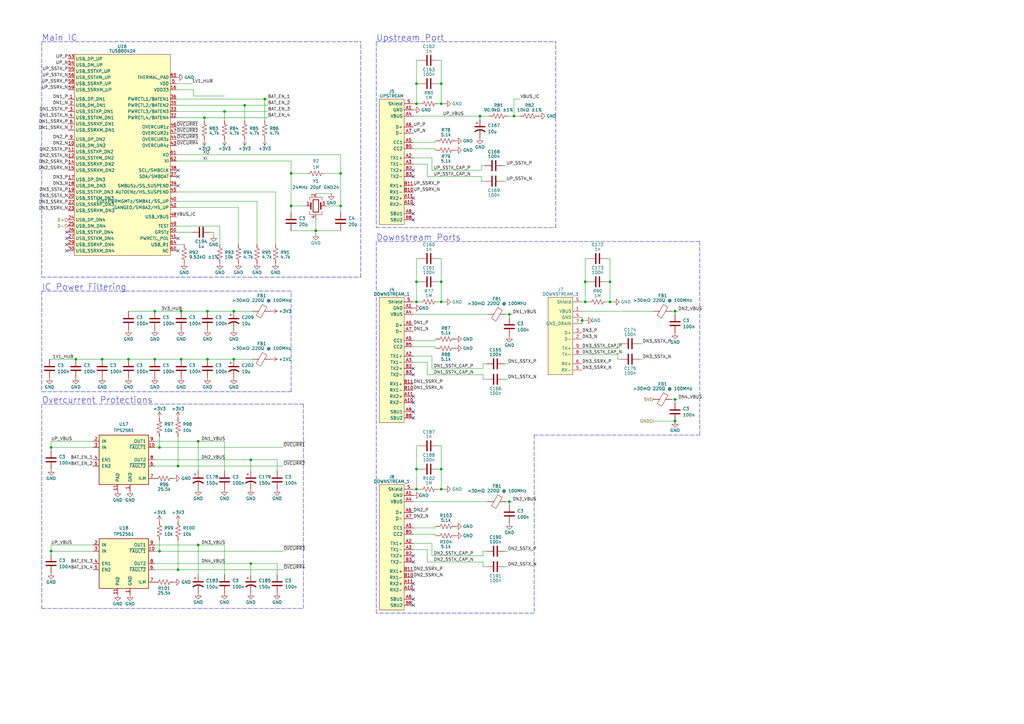
<source format=kicad_sch>
(kicad_sch (version 20230121) (generator eeschema)
  (paper "A3")
  (junction (at 250.19 123.825))
  (junction (at 41.91 147.32))
  (junction (at 119.38 84.455))
  (junction (at 73.025 191.135))
  (junction (at 139.7 71.12))
  (junction (at 170.815 42.545))
  (junction (at 95.885 127.635))
  (junction (at 180.975 42.545))
  (junction (at 100.33 43.18))
  (junction (at 119.38 71.12))
  (junction (at 95.885 147.32))
  (junction (at 139.7 84.455))
  (junction (at 170.815 34.29))
  (junction (at 240.03 123.825))
  (junction (at 180.975 34.29))
  (junction (at 20.955 226.06))
  (junction (at 81.28 180.975))
  (junction (at 276.86 172.72))
  (junction (at 210.82 47.625))
  (junction (at 85.09 127.635))
  (junction (at 63.5 147.32))
  (junction (at 81.28 223.52))
  (junction (at 73.025 233.68))
  (junction (at 180.975 192.405))
  (junction (at 102.87 188.595))
  (junction (at 250.19 115.57))
  (junction (at 65.405 183.515))
  (junction (at 52.705 147.32))
  (junction (at 74.295 147.32))
  (junction (at 20.955 183.515))
  (junction (at 276.86 127.635))
  (junction (at 108.585 40.64))
  (junction (at 92.075 45.72))
  (junction (at 63.5 127.635))
  (junction (at 180.975 200.66))
  (junction (at 85.09 147.32))
  (junction (at 170.815 115.57))
  (junction (at 83.82 48.26))
  (junction (at 74.295 127.635))
  (junction (at 180.975 115.57))
  (junction (at 180.975 123.825))
  (junction (at 240.03 115.57))
  (junction (at 170.815 123.825))
  (junction (at 196.85 47.625))
  (junction (at 238.76 131.445))
  (junction (at 170.815 200.66))
  (junction (at 208.915 128.905))
  (junction (at 208.915 205.74))
  (junction (at 102.87 231.14))
  (junction (at 170.815 192.405))
  (junction (at 129.54 94.615))
  (junction (at 65.405 226.06))
  (junction (at 31.115 147.32))
  (junction (at 276.86 163.83))
  (no_connect (at 169.545 69.85))
  (no_connect (at 169.545 90.17))
  (no_connect (at 169.545 151.13))
  (no_connect (at 169.545 239.395))
  (no_connect (at 169.545 227.965))
  (no_connect (at 27.305 100.33))
  (no_connect (at 169.545 153.67))
  (no_connect (at 169.545 171.45))
  (no_connect (at 27.305 95.25))
  (no_connect (at 73.025 97.79))
  (no_connect (at 169.545 168.91))
  (no_connect (at 169.545 245.745))
  (no_connect (at 73.025 69.85))
  (no_connect (at 169.545 87.63))
  (no_connect (at 73.025 72.39))
  (no_connect (at 73.025 76.2))
  (no_connect (at 169.545 241.935))
  (no_connect (at 169.545 83.82))
  (no_connect (at 169.545 162.56))
  (no_connect (at 27.305 102.87))
  (no_connect (at 169.545 230.505))
  (no_connect (at 73.025 102.87))
  (no_connect (at 169.545 72.39))
  (no_connect (at 169.545 165.1))
  (no_connect (at 27.305 97.79))
  (no_connect (at 169.545 248.285))
  (no_connect (at 169.545 81.28))
  (wire (pts (xy 170.815 192.405) (xy 172.085 192.405)))
  (wire (pts (xy 175.26 148.59) (xy 175.26 153.67)))
  (wire (pts (xy 208.915 130.175) (xy 208.915 128.905)))
  (wire (pts (xy 65.405 221.615) (xy 65.405 226.06)))
  (wire (pts (xy 65.405 179.07) (xy 65.405 183.515)))
  (wire (pts (xy 97.79 100.33) (xy 97.79 85.09)))
  (polyline (pts (xy 124.46 249.555) (xy 124.46 165.735)) (stroke (width 0) (type dash)))
  (wire (pts (xy 208.28 47.625) (xy 210.82 47.625)))
  (wire (pts (xy 180.975 182.88) (xy 180.975 192.405)))
  (wire (pts (xy 169.545 146.05) (xy 177.165 146.05)))
  (wire (pts (xy 276.86 165.1) (xy 276.86 163.83)))
  (wire (pts (xy 81.28 223.52) (xy 63.5 223.52)))
  (wire (pts (xy 87.63 95.25) (xy 87.63 96.52)))
  (wire (pts (xy 240.03 115.57) (xy 240.03 123.825)))
  (wire (pts (xy 170.815 106.045) (xy 172.085 106.045)))
  (wire (pts (xy 109.855 48.26) (xy 83.82 48.26)))
  (wire (pts (xy 52.705 127.635) (xy 63.5 127.635)))
  (wire (pts (xy 72.39 48.26) (xy 83.82 48.26)))
  (wire (pts (xy 72.39 43.18) (xy 100.33 43.18)))
  (wire (pts (xy 129.54 89.535) (xy 129.54 94.615)))
  (wire (pts (xy 90.17 100.33) (xy 90.17 92.71)))
  (wire (pts (xy 180.975 106.045) (xy 179.705 106.045)))
  (wire (pts (xy 197.485 69.85) (xy 197.485 67.945)))
  (wire (pts (xy 65.405 226.06) (xy 63.5 226.06)))
  (wire (pts (xy 72.39 63.5) (xy 139.7 63.5)))
  (polyline (pts (xy 154.305 93.345) (xy 227.965 93.345)) (stroke (width 0) (type dash)))
  (wire (pts (xy 180.975 192.405) (xy 180.975 200.66)))
  (wire (pts (xy 207.01 149.225) (xy 208.28 149.225)))
  (wire (pts (xy 52.705 147.32) (xy 63.5 147.32)))
  (wire (pts (xy 102.87 231.14) (xy 102.87 235.585)))
  (wire (pts (xy 180.975 106.045) (xy 180.975 115.57)))
  (polyline (pts (xy 219.075 251.46) (xy 154.305 251.46)) (stroke (width 0) (type dash)))
  (wire (pts (xy 240.03 115.57) (xy 241.3 115.57)))
  (wire (pts (xy 31.115 147.32) (xy 41.91 147.32)))
  (wire (pts (xy 210.82 47.625) (xy 213.36 47.625)))
  (wire (pts (xy 208.915 205.74) (xy 207.645 205.74)))
  (wire (pts (xy 169.545 216.535) (xy 178.435 216.535)))
  (wire (pts (xy 27.305 102.87) (xy 27.94 102.87)))
  (wire (pts (xy 20.955 180.975) (xy 38.1 180.975)))
  (polyline (pts (xy 17.145 17.145) (xy 147.955 17.145)) (stroke (width 0) (type dash)))
  (wire (pts (xy 238.76 131.445) (xy 238.76 132.715)))
  (wire (pts (xy 139.7 84.455) (xy 139.7 86.995)))
  (wire (pts (xy 169.545 42.545) (xy 170.815 42.545)))
  (wire (pts (xy 179.705 115.57) (xy 180.975 115.57)))
  (wire (pts (xy 170.815 42.545) (xy 172.085 42.545)))
  (wire (pts (xy 169.545 128.905) (xy 200.025 128.905)))
  (wire (pts (xy 178.435 215.9) (xy 178.435 216.535)))
  (wire (pts (xy 20.955 183.515) (xy 38.1 183.515)))
  (wire (pts (xy 72.39 36.83) (xy 79.375 36.83)))
  (wire (pts (xy 72.39 45.72) (xy 92.075 45.72)))
  (wire (pts (xy 20.955 183.515) (xy 20.955 184.785)))
  (wire (pts (xy 178.435 58.42) (xy 169.545 58.42)))
  (wire (pts (xy 180.975 42.545) (xy 182.245 42.545)))
  (wire (pts (xy 210.82 40.64) (xy 213.36 40.64)))
  (wire (pts (xy 169.545 123.825) (xy 170.815 123.825)))
  (wire (pts (xy 177.165 151.13) (xy 198.12 151.13)))
  (wire (pts (xy 73.025 233.68) (xy 116.205 233.68)))
  (wire (pts (xy 175.26 72.39) (xy 197.485 72.39)))
  (wire (pts (xy 179.705 200.66) (xy 180.975 200.66)))
  (wire (pts (xy 169.545 205.74) (xy 200.025 205.74)))
  (wire (pts (xy 170.815 24.765) (xy 170.815 34.29)))
  (wire (pts (xy 20.955 226.06) (xy 20.955 227.33)))
  (wire (pts (xy 73.025 72.39) (xy 72.39 72.39)))
  (wire (pts (xy 108.585 40.64) (xy 109.855 40.64)))
  (wire (pts (xy 170.815 182.88) (xy 170.815 192.405)))
  (wire (pts (xy 178.435 219.71) (xy 178.435 219.075)))
  (wire (pts (xy 170.815 106.045) (xy 170.815 115.57)))
  (wire (pts (xy 276.86 163.83) (xy 278.13 163.83)))
  (wire (pts (xy 169.545 47.625) (xy 196.85 47.625)))
  (wire (pts (xy 177.165 64.77) (xy 177.165 69.85)))
  (polyline (pts (xy 17.145 119.38) (xy 17.145 160.655)) (stroke (width 0) (type dash)))
  (wire (pts (xy 73.025 69.85) (xy 72.39 69.85)))
  (polyline (pts (xy 227.965 93.345) (xy 227.965 17.145)) (stroke (width 0) (type dash)))
  (wire (pts (xy 177.165 69.85) (xy 197.485 69.85)))
  (wire (pts (xy 81.28 180.975) (xy 81.28 193.04)))
  (polyline (pts (xy 17.145 160.655) (xy 119.38 160.655)) (stroke (width 0) (type dash)))
  (wire (pts (xy 27.305 100.33) (xy 27.94 100.33)))
  (wire (pts (xy 129.54 94.615) (xy 129.54 95.885)))
  (wire (pts (xy 97.79 85.09) (xy 72.39 85.09)))
  (wire (pts (xy 105.41 100.33) (xy 105.41 82.55)))
  (wire (pts (xy 81.28 180.975) (xy 63.5 180.975)))
  (wire (pts (xy 178.435 57.785) (xy 179.07 57.785)))
  (wire (pts (xy 253.365 145.415) (xy 253.365 147.32)))
  (wire (pts (xy 175.26 153.67) (xy 198.12 153.67)))
  (wire (pts (xy 179.705 42.545) (xy 180.975 42.545)))
  (polyline (pts (xy 154.305 17.145) (xy 154.305 93.345)) (stroke (width 0) (type dash)))
  (wire (pts (xy 133.35 71.12) (xy 139.7 71.12)))
  (wire (pts (xy 133.35 84.455) (xy 139.7 84.455)))
  (wire (pts (xy 177.165 222.885) (xy 177.165 227.965)))
  (wire (pts (xy 207.01 155.575) (xy 208.28 155.575)))
  (wire (pts (xy 79.375 36.83) (xy 79.375 39.37)))
  (wire (pts (xy 119.38 94.615) (xy 129.54 94.615)))
  (wire (pts (xy 169.545 139.7) (xy 178.435 139.7)))
  (wire (pts (xy 74.295 127.635) (xy 85.09 127.635)))
  (wire (pts (xy 207.01 232.41) (xy 208.28 232.41)))
  (wire (pts (xy 267.97 172.72) (xy 276.86 172.72)))
  (polyline (pts (xy 154.305 99.06) (xy 154.305 251.46)) (stroke (width 0) (type dash)))
  (polyline (pts (xy 17.145 249.555) (xy 124.46 249.555)) (stroke (width 0) (type dash)))
  (wire (pts (xy 208.915 128.905) (xy 207.645 128.905)))
  (wire (pts (xy 41.91 147.32) (xy 52.705 147.32)))
  (wire (pts (xy 180.975 115.57) (xy 180.975 123.825)))
  (wire (pts (xy 125.73 71.12) (xy 119.38 71.12)))
  (wire (pts (xy 276.86 128.905) (xy 276.86 127.635)))
  (wire (pts (xy 169.545 148.59) (xy 175.26 148.59)))
  (wire (pts (xy 178.435 215.9) (xy 179.07 215.9)))
  (wire (pts (xy 179.705 34.29) (xy 180.975 34.29)))
  (wire (pts (xy 198.12 230.505) (xy 198.12 232.41)))
  (wire (pts (xy 178.435 142.875) (xy 179.07 142.875)))
  (wire (pts (xy 250.19 115.57) (xy 250.19 123.825)))
  (wire (pts (xy 170.815 115.57) (xy 170.815 123.825)))
  (wire (pts (xy 113.665 188.595) (xy 113.665 193.04)))
  (wire (pts (xy 180.975 123.825) (xy 182.245 123.825)))
  (wire (pts (xy 20.32 147.32) (xy 31.115 147.32)))
  (wire (pts (xy 178.435 219.71) (xy 179.07 219.71)))
  (wire (pts (xy 210.82 40.64) (xy 210.82 47.625)))
  (wire (pts (xy 20.955 183.515) (xy 20.955 180.975)))
  (wire (pts (xy 178.435 139.065) (xy 178.435 139.7)))
  (wire (pts (xy 27.305 97.79) (xy 27.94 97.79)))
  (wire (pts (xy 113.665 231.14) (xy 113.665 235.585)))
  (polyline (pts (xy 147.955 113.665) (xy 147.955 17.145)) (stroke (width 0) (type dash)))
  (wire (pts (xy 72.39 40.64) (xy 108.585 40.64)))
  (wire (pts (xy 169.545 200.66) (xy 170.815 200.66)))
  (wire (pts (xy 139.7 63.5) (xy 139.7 71.12)))
  (wire (pts (xy 262.255 147.32) (xy 263.525 147.32)))
  (wire (pts (xy 170.815 182.88) (xy 172.085 182.88)))
  (wire (pts (xy 74.295 147.32) (xy 85.09 147.32)))
  (wire (pts (xy 119.38 71.12) (xy 119.38 84.455)))
  (polyline (pts (xy 287.02 178.435) (xy 287.02 99.06)) (stroke (width 0) (type dash)))
  (wire (pts (xy 179.705 123.825) (xy 180.975 123.825)))
  (wire (pts (xy 129.54 94.615) (xy 139.7 94.615)))
  (wire (pts (xy 100.33 43.18) (xy 109.855 43.18)))
  (wire (pts (xy 240.03 106.045) (xy 241.3 106.045)))
  (wire (pts (xy 81.28 223.52) (xy 81.28 235.585)))
  (wire (pts (xy 170.815 115.57) (xy 172.085 115.57)))
  (wire (pts (xy 65.405 183.515) (xy 116.205 183.515)))
  (wire (pts (xy 72.39 78.74) (xy 113.03 78.74)))
  (wire (pts (xy 92.075 49.53) (xy 92.075 45.72)))
  (wire (pts (xy 169.545 142.24) (xy 178.435 142.24)))
  (wire (pts (xy 240.03 106.045) (xy 240.03 115.57)))
  (wire (pts (xy 250.19 106.045) (xy 248.92 106.045)))
  (polyline (pts (xy 154.305 17.145) (xy 227.965 17.145)) (stroke (width 0) (type dash)))
  (wire (pts (xy 238.76 123.825) (xy 240.03 123.825)))
  (wire (pts (xy 198.12 151.13) (xy 198.12 149.225)))
  (wire (pts (xy 198.12 155.575) (xy 199.39 155.575)))
  (wire (pts (xy 248.92 115.57) (xy 250.19 115.57)))
  (wire (pts (xy 198.12 153.67) (xy 198.12 155.575)))
  (wire (pts (xy 81.28 223.52) (xy 92.075 223.52)))
  (wire (pts (xy 85.09 147.32) (xy 95.885 147.32)))
  (wire (pts (xy 65.405 183.515) (xy 63.5 183.515)))
  (wire (pts (xy 177.165 227.965) (xy 198.12 227.965)))
  (wire (pts (xy 27.305 95.25) (xy 27.94 95.25)))
  (wire (pts (xy 180.975 24.765) (xy 179.705 24.765)))
  (wire (pts (xy 253.365 140.97) (xy 254.635 140.97)))
  (wire (pts (xy 262.255 140.97) (xy 263.525 140.97)))
  (wire (pts (xy 178.435 61.595) (xy 178.435 60.96)))
  (wire (pts (xy 81.28 180.975) (xy 92.075 180.975)))
  (wire (pts (xy 75.565 100.33) (xy 72.39 100.33)))
  (wire (pts (xy 276.86 127.635) (xy 278.13 127.635)))
  (wire (pts (xy 169.545 64.77) (xy 177.165 64.77)))
  (wire (pts (xy 73.025 179.07) (xy 73.025 191.135)))
  (wire (pts (xy 206.375 67.945) (xy 207.645 67.945)))
  (wire (pts (xy 198.12 226.06) (xy 199.39 226.06)))
  (wire (pts (xy 86.36 95.25) (xy 87.63 95.25)))
  (wire (pts (xy 250.19 123.825) (xy 251.46 123.825)))
  (polyline (pts (xy 124.46 165.735) (xy 17.145 165.735)) (stroke (width 0) (type dash)))
  (wire (pts (xy 169.545 225.425) (xy 175.26 225.425)))
  (wire (pts (xy 73.025 191.135) (xy 63.5 191.135)))
  (wire (pts (xy 179.705 192.405) (xy 180.975 192.405)))
  (wire (pts (xy 73.025 233.68) (xy 63.5 233.68)))
  (wire (pts (xy 175.26 67.31) (xy 175.26 72.39)))
  (wire (pts (xy 125.73 84.455) (xy 119.38 84.455)))
  (wire (pts (xy 206.375 74.295) (xy 207.645 74.295)))
  (wire (pts (xy 85.09 127.635) (xy 95.885 127.635)))
  (wire (pts (xy 240.03 131.445) (xy 238.76 131.445)))
  (polyline (pts (xy 287.02 178.435) (xy 219.075 178.435)) (stroke (width 0) (type dash)))
  (wire (pts (xy 72.39 66.04) (xy 119.38 66.04)))
  (wire (pts (xy 180.975 200.66) (xy 182.245 200.66)))
  (wire (pts (xy 177.165 146.05) (xy 177.165 151.13)))
  (wire (pts (xy 180.975 24.765) (xy 180.975 34.29)))
  (wire (pts (xy 180.975 34.29) (xy 180.975 42.545)))
  (wire (pts (xy 63.5 147.32) (xy 74.295 147.32)))
  (wire (pts (xy 253.365 147.32) (xy 254.635 147.32)))
  (wire (pts (xy 250.19 106.045) (xy 250.19 115.57)))
  (wire (pts (xy 135.89 79.375) (xy 129.54 79.375)))
  (polyline (pts (xy 119.38 119.38) (xy 17.145 119.38)) (stroke (width 0) (type dash)))
  (wire (pts (xy 95.885 147.32) (xy 103.505 147.32)))
  (wire (pts (xy 175.26 230.505) (xy 198.12 230.505)))
  (wire (pts (xy 169.545 219.075) (xy 178.435 219.075)))
  (wire (pts (xy 207.01 226.06) (xy 208.28 226.06)))
  (wire (pts (xy 198.12 149.225) (xy 199.39 149.225)))
  (wire (pts (xy 119.38 66.04) (xy 119.38 71.12)))
  (wire (pts (xy 73.025 191.135) (xy 116.205 191.135)))
  (wire (pts (xy 100.33 43.18) (xy 100.33 49.53)))
  (wire (pts (xy 73.025 102.87) (xy 72.39 102.87)))
  (wire (pts (xy 113.665 231.14) (xy 102.87 231.14)))
  (wire (pts (xy 63.5 127.635) (xy 74.295 127.635)))
  (wire (pts (xy 139.7 71.12) (xy 139.7 84.455)))
  (wire (pts (xy 92.075 45.72) (xy 109.855 45.72)))
  (wire (pts (xy 105.41 82.55) (xy 72.39 82.55)))
  (wire (pts (xy 276.86 127.635) (xy 275.59 127.635)))
  (wire (pts (xy 92.075 223.52) (xy 92.075 235.585)))
  (wire (pts (xy 65.405 226.06) (xy 116.205 226.06)))
  (wire (pts (xy 113.03 100.33) (xy 113.03 78.74)))
  (wire (pts (xy 170.815 34.29) (xy 172.085 34.29)))
  (wire (pts (xy 72.39 95.25) (xy 78.74 95.25)))
  (wire (pts (xy 170.815 192.405) (xy 170.815 200.66)))
  (wire (pts (xy 63.5 188.595) (xy 102.87 188.595)))
  (wire (pts (xy 108.585 49.53) (xy 108.585 40.64)))
  (wire (pts (xy 102.87 188.595) (xy 102.87 193.04)))
  (wire (pts (xy 73.025 221.615) (xy 73.025 233.68)))
  (wire (pts (xy 90.17 92.71) (xy 72.39 92.71)))
  (polyline (pts (xy 219.075 178.435) (xy 219.075 251.46)) (stroke (width 0) (type dash)))
  (polyline (pts (xy 17.145 17.145) (xy 17.145 113.665)) (stroke (width 0) (type dash)))
  (wire (pts (xy 170.815 123.825) (xy 172.085 123.825)))
  (wire (pts (xy 208.915 205.74) (xy 210.185 205.74)))
  (wire (pts (xy 170.815 34.29) (xy 170.815 42.545)))
  (wire (pts (xy 198.12 232.41) (xy 199.39 232.41)))
  (wire (pts (xy 63.5 231.14) (xy 102.87 231.14)))
  (polyline (pts (xy 17.145 165.735) (xy 17.145 249.555)) (stroke (width 0) (type dash)))
  (wire (pts (xy 238.76 131.445) (xy 238.76 130.175)))
  (wire (pts (xy 169.545 67.31) (xy 175.26 67.31)))
  (wire (pts (xy 113.665 188.595) (xy 102.87 188.595)))
  (polyline (pts (xy 17.145 113.665) (xy 147.955 113.665)) (stroke (width 0) (type dash)))
  (wire (pts (xy 20.955 226.06) (xy 20.955 223.52)))
  (wire (pts (xy 73.025 76.2) (xy 72.39 76.2)))
  (wire (pts (xy 170.815 200.66) (xy 172.085 200.66)))
  (wire (pts (xy 92.075 180.975) (xy 92.075 193.04)))
  (wire (pts (xy 238.76 145.415) (xy 253.365 145.415)))
  (wire (pts (xy 238.76 142.875) (xy 253.365 142.875)))
  (wire (pts (xy 196.85 47.625) (xy 200.66 47.625)))
  (wire (pts (xy 197.485 67.945) (xy 198.755 67.945)))
  (wire (pts (xy 178.435 142.875) (xy 178.435 142.24)))
  (wire (pts (xy 72.39 97.79) (xy 73.025 97.79)))
  (wire (pts (xy 169.545 222.885) (xy 177.165 222.885)))
  (wire (pts (xy 197.485 74.295) (xy 198.755 74.295)))
  (wire (pts (xy 248.92 123.825) (xy 250.19 123.825)))
  (wire (pts (xy 208.915 207.01) (xy 208.915 205.74)))
  (wire (pts (xy 240.03 123.825) (xy 241.3 123.825)))
  (wire (pts (xy 72.39 34.29) (xy 78.74 34.29)))
  (wire (pts (xy 196.85 48.895) (xy 196.85 47.625)))
  (wire (pts (xy 253.365 140.97) (xy 253.365 142.875)))
  (wire (pts (xy 178.435 60.96) (xy 169.545 60.96)))
  (wire (pts (xy 20.955 226.06) (xy 38.1 226.06)))
  (wire (pts (xy 180.975 182.88) (xy 179.705 182.88)))
  (wire (pts (xy 178.435 61.595) (xy 179.07 61.595)))
  (wire (pts (xy 197.485 72.39) (xy 197.485 74.295)))
  (wire (pts (xy 198.12 227.965) (xy 198.12 226.06)))
  (wire (pts (xy 178.435 57.785) (xy 178.435 58.42)))
  (polyline (pts (xy 119.38 160.655) (xy 119.38 119.38)) (stroke (width 0) (type dash)))
  (wire (pts (xy 79.375 39.37) (xy 92.075 39.37)))
  (wire (pts (xy 178.435 139.065) (xy 179.07 139.065)))
  (wire (pts (xy 83.82 48.26) (xy 83.82 49.53)))
  (wire (pts (xy 208.915 128.905) (xy 210.185 128.905)))
  (wire (pts (xy 170.815 24.765) (xy 172.085 24.765)))
  (wire (pts (xy 276.86 163.83) (xy 275.59 163.83)))
  (polyline (pts (xy 287.02 99.06) (xy 154.305 99.06)) (stroke (width 0) (type dash)))
  (wire (pts (xy 20.955 223.52) (xy 38.1 223.52)))
  (wire (pts (xy 175.26 225.425) (xy 175.26 230.505)))
  (wire (pts (xy 95.885 127.635) (xy 103.505 127.635)))
  (wire (pts (xy 238.76 127.635) (xy 267.97 127.635)))
  (wire (pts (xy 119.38 84.455) (xy 119.38 86.995)))
  (text "IC Power Filtering" (at 17.145 119.38 0) (effects (font (size 2.54 2.54)) (justify left bottom)))
  (text "Upstream Port" (at 154.305 17.145 0) (effects (font (size 2.54 2.54)) (justify left bottom)))
  (text "Overcurrent Protections" (at 17.145 165.735 0) (effects (font (size 2.54 2.54)) (justify left bottom)))
  (text "Main IC" (at 17.145 17.145 0) (effects (font (size 2.54 2.54)) (justify left bottom)))
  (text "Downstream Ports" (at 154.305 99.06 0) (effects (font (size 2.54 2.54)) (justify left bottom)))
  (label "DN1_SSRX_P" (at 27.94 50.8 180))
  (label "DN1_SSTX_N" (at 27.94 48.26 180))
  (label "1V1_HUB" (at 78.74 34.29 0))
  (label "DN2_P" (at 169.545 210.185 0))
  (label "UP_N" (at 169.545 54.61 0))
  (label "BAT_EN_2" (at 109.855 43.18 0))
  (label "DN1_P" (at 169.545 133.35 0))
  (label "DN1_P" (at 27.94 40.64 180))
  (label "DN3_SSTX_CAP_P" (at 238.76 142.875 0))
  (label "UP_SSTX_CAP_N" (at 177.8 72.39 0))
  (label "DN1_SSRX_N" (at 27.94 53.34 180))
  (label "BAT_EN_4" (at 109.855 48.26 0))
  (label "DN3_N" (at 27.94 76.2 180))
  (label "UP_SSTX_CAP_P" (at 177.8 69.85 0))
  (label "DN2_N" (at 169.545 212.725 0))
  (label "DN1_N" (at 27.94 43.18 180))
  (label "DN2_SSTX_N" (at 27.94 64.77 180))
  (label "UP_P" (at 169.545 52.07 0))
  (label "DN4_VBUS" (at 82.55 231.14 0))
  (label "BAT_EN_3" (at 109.855 45.72 0))
  (label "DN1_VBUS" (at 210.185 128.905 0))
  (label "~{OVCURR2}" (at 72.39 54.61 0))
  (label "DN2_N" (at 27.94 59.69 180))
  (label "DN3_SSRX_P" (at 27.94 83.82 180))
  (label "UP_SSRX_P" (at 169.545 76.2 0))
  (label "UP_SSTX_P" (at 207.645 67.945 0))
  (label "DN3_SSTX_P" (at 263.525 140.97 0))
  (label "DN1_SSTX_CAP_P" (at 177.8 151.13 0))
  (label "VBUS_IC" (at 72.39 88.9 0))
  (label "DN1_SSRX_N" (at 169.545 160.02 0))
  (label "UP_SSTX_N" (at 27.94 31.75 180))
  (label "UP_VBUS" (at 20.955 223.52 0))
  (label "DN2_VBUS" (at 278.13 127.635 0))
  (label "BAT_EN_4" (at 38.1 233.68 180))
  (label "UP_P" (at 27.94 24.13 180))
  (label "DN2_SSTX_P" (at 27.94 62.23 180))
  (label "DN2_SSRX_P" (at 169.545 234.315 0))
  (label "DN1_N" (at 169.545 135.89 0))
  (label "DN2_VBUS" (at 82.55 188.595 0))
  (label "DN3_SSRX_N" (at 238.76 151.765 0))
  (label "BAT_EN_2" (at 38.1 191.135 180))
  (label "UP_VBUS" (at 181.61 47.625 0))
  (label "UP_SSRX_N" (at 169.545 78.74 0))
  (label "DN2_SSRX_N" (at 27.94 69.85 180))
  (label "DN3_SSTX_N" (at 263.525 147.32 0))
  (label "UP_N" (at 27.94 26.67 180))
  (label "XO" (at 83.185 63.5 0))
  (label "DN1_SSTX_P" (at 27.94 45.72 180))
  (label "DN2_SSRX_N" (at 169.545 236.855 0))
  (label "DN3_SSRX_N" (at 27.94 86.36 180))
  (label "DN2_VBUS" (at 210.185 205.74 0))
  (label "UP_SSTX_P" (at 27.94 29.21 180))
  (label "DN2_SSTX_P" (at 208.28 226.06 0))
  (label "XI" (at 83.185 66.04 0))
  (label "DN2_P" (at 27.94 57.15 180))
  (label "DN1_SSTX_P" (at 208.28 149.225 0))
  (label "DN3_SSTX_P" (at 27.94 78.74 180))
  (label "DN3_VBUS" (at 82.55 223.52 0))
  (label "1V1_HUB" (at 21.59 147.32 0))
  (label "~{OVCURR2}" (at 116.205 191.135 0))
  (label "~{OVCURR1}" (at 72.39 52.07 0))
  (label "DN1_SSTX_N" (at 208.28 155.575 0))
  (label "BAT_EN_1" (at 109.855 40.64 0))
  (label "UP_SSTX_N" (at 207.645 74.295 0))
  (label "DN1_SSRX_P" (at 169.545 157.48 0))
  (label "UP_SSRX_N" (at 27.94 36.83 180))
  (label "3V3_HUB" (at 66.04 127.635 0))
  (label "~{OVCURR4}" (at 72.39 59.69 0))
  (label "BAT_EN_1" (at 38.1 188.595 180))
  (label "DN3_SSTX_CAP_N" (at 238.76 145.415 0))
  (label "~{OVCURR3}" (at 116.205 226.06 0))
  (label "DN2_SSTX_N" (at 208.28 232.41 0))
  (label "DN1_SSTX_CAP_N" (at 177.8 153.67 0))
  (label "DN2_SSRX_P" (at 27.94 67.31 180))
  (label "DN3_P" (at 238.76 136.525 0))
  (label "DN2_SSTX_CAP_N" (at 177.8 230.505 0))
  (label "DN4_VBUS" (at 278.13 163.83 0))
  (label "DN1_VBUS" (at 82.55 180.975 0))
  (label "DN3_N" (at 238.76 139.065 0))
  (label "~{OVCURR1}" (at 116.205 183.515 0))
  (label "~{OVCURR3}" (at 72.39 57.15 0))
  (label "BAT_EN_3" (at 38.1 231.14 180))
  (label "UP_VBUS" (at 20.955 180.975 0))
  (label "DN3_SSRX_P" (at 238.76 149.225 0))
  (label "DN2_SSTX_CAP_P" (at 177.8 227.965 0))
  (label "DN3_SSTX_N" (at 27.94 81.28 180))
  (label "VBUS_IC" (at 213.36 40.64 0))
  (label "~{OVCURR4}" (at 116.205 233.68 0))
  (label "UP_SSRX_P" (at 27.94 34.29 180))
  (label "DN3_P" (at 27.94 73.66 180))
  (hierarchical_label "D+" (shape input) (at 27.94 90.17 180))
  (hierarchical_label "GND" (shape input) (at 267.97 172.72 180))
  (hierarchical_label "D-" (shape input) (at 27.94 92.71 180))
  (hierarchical_label "5V" (shape input) (at 267.97 163.83 180))
  (symbol (lib_id "Device:R_US") (at 75.565 104.14 0) (unit 1)
    (property "Reference" "R92" (at 77.47 103.505 0) (effects (justify left)))
    (property "Value" "9.53kΩ ±1%" (at 77.47 105.41 0) (effects (justify left)))
  )
  (symbol (lib_id "Device:FerriteBead") (at 107.315 127.635 90) (unit 1)
    (property "Reference" "FB1" (at 107.315 121.285 90))
    (property "Value" ">30mΩ 220Ω @ 100MHz" (at 107.315 123.19 90))
    (instances (project "Schematics and PCB" (path "" (reference "FB1") (unit 1)) (path "" (reference "FB2") (unit 1)) (path "" (reference "FB4") (unit 1)) (path "" (reference "FB6") (unit 1)) (path "" (reference "FB12") (unit 1))))
  )
  (symbol (lib_id "power:GND") (at 63.5 154.94 0) (unit 1)
    (property "Reference" "#PWR07" (effects hide))
    (property "Value" "GND" (at 63.5 158.75 0))
    (instances (project "Schematics and PCB" (path "" (reference "#PWR07") (unit 1)) (path "" (reference "#PWR07") (unit 1)) (path "" (reference "#PWR0281") (unit 1)) (path "" (reference "#PWR0316") (unit 1)) (path "" (reference "#PWR0417") (unit 1))))
  )
  (symbol (lib_id "power:GND") (at 182.245 42.545 90) (unit 1)
    (property "Reference" "#PWR0362" (effects hide))
    (property "Value" "GND" (at 185.42 42.545 90) (effects (justify right)))
  )
  (symbol (lib_id "power:GND") (at 63.5 135.255 0) (unit 1)
    (property "Reference" "#PWR07" (effects hide))
    (property "Value" "GND" (at 63.5 139.065 0))
    (instances (project "Schematics and PCB" (path "" (reference "#PWR07") (unit 1)) (path "" (reference "#PWR07") (unit 1)) (path "" (reference "#PWR0281") (unit 1)) (path "" (reference "#PWR0316") (unit 1)) (path "" (reference "#PWR0426") (unit 1))))
  )
  (symbol (lib_id "Device:C") (at 276.86 168.91 0) (unit 1)
    (property "Reference" "C3" (at 280.035 167.64 0) (effects (justify left)))
    (property "Value" "100n" (at 280.035 170.18 0) (effects (justify left)))
    (instances (project "Schematics and PCB" (path "" (reference "C3") (unit 1)) (path "" (reference "C3") (unit 1)) (path "" (reference "C126") (unit 1)) (path "" (reference "C141") (unit 1)) (path "" (reference "C193") (unit 1))))
  )
  (symbol (lib_id "Device:C") (at 203.2 155.575 90) (mirror x) (unit 1)
    (property "Reference" "C166" (at 203.2 159.385 90))
    (property "Value" "100n" (at 203.2 161.29 90))
  )
  (symbol (lib_id "power:GND") (at 169.545 45.085 90) (unit 1)
    (property "Reference" "#PWR0364" (effects hide))
    (property "Value" "GND" (at 172.72 45.085 90) (effects (justify right)))
  )
  (symbol (lib_id "Device:R_US") (at 182.88 142.875 270) (unit 1)
    (property "Reference" "R88" (at 182.88 145.415 90))
    (property "Value" "5.1k" (at 182.88 147.32 90))
  )
  (symbol (lib_id "power:GND") (at 105.41 107.95 0) (unit 1)
    (property "Reference" "#PWR0381" (effects hide))
    (property "Value" "GND" (at 105.41 111.76 0))
  )
  (symbol (lib_id "power:+3V3") (at 111.125 127.635 270) (unit 1)
    (property "Reference" "#PWR0360" (effects hide))
    (property "Value" "+3V3" (at 114.3 127.6349 90) (effects (justify left)))
  )
  (symbol (lib_id "power:+3V3") (at 108.585 57.15 180) (unit 1)
    (property "Reference" "#PWR0371" (effects hide))
    (property "Value" "+3V3" (at 108.585 60.96 0))
  )
  (symbol (lib_id "Device:R_US") (at 105.41 104.14 0) (unit 1)
    (property "Reference" "R95" (at 107.315 103.505 0) (effects (justify left)))
    (property "Value" "4.7k" (at 107.315 105.41 0) (effects (justify left)))
  )
  (symbol (lib_id "power:GND") (at 74.295 154.94 0) (unit 1)
    (property "Reference" "#PWR07" (effects hide))
    (property "Value" "GND" (at 74.295 158.75 0))
    (instances (project "Schematics and PCB" (path "" (reference "#PWR07") (unit 1)) (path "" (reference "#PWR07") (unit 1)) (path "" (reference "#PWR0281") (unit 1)) (path "" (reference "#PWR0316") (unit 1)) (path "" (reference "#PWR0418") (unit 1))))
  )
  (symbol (lib_id "power:GND") (at 186.69 139.065 90) (unit 1)
    (property "Reference" "#PWR0367" (effects hide))
    (property "Value" "GND" (at 189.865 139.065 90) (effects (justify right)))
  )
  (symbol (lib_id "Device:C") (at 20.955 231.14 0) (unit 1)
    (property "Reference" "C3" (at 24.13 229.87 0) (effects (justify left)))
    (property "Value" "100n" (at 24.13 232.41 0) (effects (justify left)))
    (instances (project "Schematics and PCB" (path "" (reference "C3") (unit 1)) (path "" (reference "C3") (unit 1)) (path "" (reference "C126") (unit 1)) (path "" (reference "C141") (unit 1)) (path "" (reference "C182") (unit 1))))
  )
  (symbol (lib_id "power:GND") (at 169.545 126.365 90) (unit 1)
    (property "Reference" "#PWR0356" (effects hide))
    (property "Value" "GND" (at 175.895 126.365 90) (effects (justify left)))
  )
  (symbol (lib_id "power:+1V1") (at 111.125 147.32 270) (unit 1)
    (property "Reference" "#PWR0358" (effects hide))
    (property "Value" "+1V1" (at 114.3 147.3199 90) (effects (justify left)))
  )
  (symbol (lib_id "Device:C") (at 20.32 151.13 0) (unit 1)
    (property "Reference" "C3" (at 23.495 149.86 0) (effects (justify left)))
    (property "Value" "100n" (at 23.495 152.4 0) (effects (justify left)))
    (instances (project "Schematics and PCB" (path "" (reference "C3") (unit 1)) (path "" (reference "C3") (unit 1)) (path "" (reference "C126") (unit 1)) (path "" (reference "C141") (unit 1)) (path "" (reference "C195") (unit 1))))
  )
  (symbol (lib_id "power:GND") (at 92.075 243.205 0) (unit 1)
    (property "Reference" "#PWR0401" (effects hide))
    (property "Value" "GND" (at 92.075 247.015 0))
  )
  (symbol (lib_id "Device:C_Polarized_US") (at 102.87 196.85 0) (unit 1)
    (property "Reference" "C179" (at 106.045 195.58 0) (effects (justify left)))
    (property "Value" "150u" (at 106.045 198.12 0) (effects (justify left)))
  )
  (symbol (lib_id "Device:R_US") (at 65.405 175.26 0) (unit 1)
    (property "Reference" "R97" (at 67.31 173.9899 0) (effects (justify left)))
    (property "Value" "10k" (at 67.31 176.5299 0) (effects (justify left)))
  )
  (symbol (lib_id "Device:R_US") (at 67.31 196.215 90) (unit 1)
    (property "Reference" "R96" (at 67.31 198.755 90))
    (property "Value" "25.5k" (at 67.31 200.66 90))
  )
  (symbol (lib_id "Device:R_US") (at 83.82 53.34 0) (unit 1)
    (property "Reference" "R83" (at 85.725 52.705 0) (effects (justify left)))
    (property "Value" "4.7k" (at 85.725 54.61 0) (effects (justify left)))
  )
  (symbol (lib_id "Device:C") (at 203.2 226.06 90) (unit 1)
    (property "Reference" "C190" (at 203.2 220.345 90))
    (property "Value" "100n" (at 203.2 222.25 90))
  )
  (symbol (lib_id "power:GND") (at 129.54 95.885 0) (unit 1)
    (property "Reference" "#PWR07" (effects hide))
    (property "Value" "GND" (at 129.54 99.695 0))
    (instances (project "Schematics and PCB" (path "" (reference "#PWR07") (unit 1)) (path "" (reference "#PWR07") (unit 1)) (path "" (reference "#PWR0281") (unit 1)) (path "" (reference "#PWR0316") (unit 1)) (path "" (reference "#PWR0375") (unit 1))))
  )
  (symbol (lib_id "power:GND") (at 113.665 243.205 0) (unit 1)
    (property "Reference" "#PWR0403" (effects hide))
    (property "Value" "GND" (at 113.665 247.015 0))
  )
  (symbol (lib_id "Device:C") (at 63.5 151.13 0) (unit 1)
    (property "Reference" "C3" (at 66.675 149.86 0) (effects (justify left)))
    (property "Value" "100n" (at 66.675 152.4 0) (effects (justify left)))
    (instances (project "Schematics and PCB" (path "" (reference "C3") (unit 1)) (path "" (reference "C3") (unit 1)) (path "" (reference "C126") (unit 1)) (path "" (reference "C141") (unit 1)) (path "" (reference "C199") (unit 1))))
  )
  (symbol (lib_id "Device:C") (at 175.895 106.045 90) (unit 1)
    (property "Reference" "C160" (at 175.895 100.33 90))
    (property "Value" "1n" (at 175.895 102.235 90))
  )
  (symbol (lib_id "Device:C") (at 92.075 196.85 0) (unit 1)
    (property "Reference" "C3" (at 95.25 195.58 0) (effects (justify left)))
    (property "Value" "100n" (at 95.25 198.12 0) (effects (justify left)))
    (instances (project "Schematics and PCB" (path "" (reference "C3") (unit 1)) (path "" (reference "C3") (unit 1)) (path "" (reference "C126") (unit 1)) (path "" (reference "C141") (unit 1)) (path "" (reference "C180") (unit 1))))
  )
  (symbol (lib_id "Device:C") (at 208.915 210.82 0) (unit 1)
    (property "Reference" "C3" (at 212.09 209.55 0) (effects (justify left)))
    (property "Value" "100n" (at 212.09 212.09 0) (effects (justify left)))
    (instances (project "Schematics and PCB" (path "" (reference "C3") (unit 1)) (path "" (reference "C3") (unit 1)) (path "" (reference "C126") (unit 1)) (path "" (reference "C141") (unit 1)) (path "" (reference "C189") (unit 1))))
  )
  (symbol (lib_id "Device:C") (at 119.38 90.805 0) (unit 1)
    (property "Reference" "C3" (at 122.555 89.535 0) (effects (justify left)))
    (property "Value" "20p" (at 122.555 92.075 0) (effects (justify left)))
    (instances (project "Schematics and PCB" (path "" (reference "C3") (unit 1)) (path "" (reference "C3") (unit 1)) (path "" (reference "C126") (unit 1)) (path "" (reference "C141") (unit 1)) (path "" (reference "C170") (unit 1))))
  )
  (symbol (lib_id "Device:C_Polarized_US") (at 102.87 239.395 0) (unit 1)
    (property "Reference" "C185" (at 106.045 238.125 0) (effects (justify left)))
    (property "Value" "150u" (at 106.045 240.665 0) (effects (justify left)))
  )
  (symbol (lib_id "power:+3V3") (at 73.025 171.45 0) (unit 1)
    (property "Reference" "#PWR0389" (effects hide))
    (property "Value" "+3V3" (at 73.025 167.64 0))
  )
  (symbol (lib_id "power:GND") (at 85.09 154.94 0) (unit 1)
    (property "Reference" "#PWR07" (effects hide))
    (property "Value" "GND" (at 85.09 158.75 0))
    (instances (project "Schematics and PCB" (path "" (reference "#PWR07") (unit 1)) (path "" (reference "#PWR07") (unit 1)) (path "" (reference "#PWR0281") (unit 1)) (path "" (reference "#PWR0316") (unit 1)) (path "" (reference "#PWR0419") (unit 1))))
  )
  (symbol (lib_id "Device:FerriteBead") (at 271.78 127.635 90) (unit 1)
    (property "Reference" "FB1" (at 271.78 121.285 90))
    (property "Value" ">30mΩ 220Ω @ 100MHz" (at 271.78 123.19 90))
    (instances (project "Schematics and PCB" (path "" (reference "FB1") (unit 1)) (path "" (reference "FB2") (unit 1)) (path "" (reference "FB4") (unit 1)) (path "" (reference "FB6") (unit 1)) (path "" (reference "FB9") (unit 1))))
  )
  (symbol (lib_id "Device:R_US") (at 92.075 53.34 0) (unit 1)
    (property "Reference" "R84" (at 93.98 52.705 0) (effects (justify left)))
    (property "Value" "4.7k" (at 93.98 54.61 0) (effects (justify left)))
  )
  (symbol (lib_id "Device:C") (at 82.55 95.25 90) (unit 1)
    (property "Reference" "C194" (at 82.55 99.06 90))
    (property "Value" "1u" (at 82.55 100.965 90))
  )
  (symbol (lib_id "power:GND") (at 102.87 243.205 0) (unit 1)
    (property "Reference" "#PWR0402" (effects hide))
    (property "Value" "GND" (at 102.87 247.015 0))
  )
  (symbol (lib_id "Device:C") (at 175.895 24.765 90) (unit 1)
    (property "Reference" "C162" (at 175.895 19.05 90))
    (property "Value" "1n" (at 175.895 20.955 90))
  )
  (symbol (lib_id "mechpadLibrary:USB_C_Receptacle") (at 160.655 42.545 0) (unit 1)
    (property "Reference" "J5" (at 160.655 37.465 0))
    (property "Value" "UPSTREAM" (at 160.655 39.37 0))
  )
  (symbol (lib_id "Device:C") (at 52.705 131.445 0) (unit 1)
    (property "Reference" "C3" (at 55.88 130.175 0) (effects (justify left)))
    (property "Value" "100n" (at 55.88 132.715 0) (effects (justify left)))
    (instances (project "Schematics and PCB" (path "" (reference "C3") (unit 1)) (path "" (reference "C3") (unit 1)) (path "" (reference "C126") (unit 1)) (path "" (reference "C141") (unit 1)) (path "" (reference "C205") (unit 1))))
  )
  (symbol (lib_id "Device:C") (at 63.5 131.445 0) (unit 1)
    (property "Reference" "C3" (at 66.675 130.175 0) (effects (justify left)))
    (property "Value" "100n" (at 66.675 132.715 0) (effects (justify left)))
    (instances (project "Schematics and PCB" (path "" (reference "C3") (unit 1)) (path "" (reference "C3") (unit 1)) (path "" (reference "C126") (unit 1)) (path "" (reference "C141") (unit 1)) (path "" (reference "C206") (unit 1))))
  )
  (symbol (lib_id "Device:R_US") (at 113.03 104.14 0) (unit 1)
    (property "Reference" "R91" (at 114.935 103.505 0) (effects (justify left)))
    (property "Value" "4.7k" (at 114.935 105.41 0) (effects (justify left)))
  )
  (symbol (lib_id "Device:R_US") (at 65.405 217.805 0) (unit 1)
    (property "Reference" "R99" (at 67.31 216.5349 0) (effects (justify left)))
    (property "Value" "10k" (at 67.31 219.0749 0) (effects (justify left)))
  )
  (symbol (lib_id "power:GND") (at 95.885 135.255 0) (unit 1)
    (property "Reference" "#PWR07" (effects hide))
    (property "Value" "GND" (at 95.885 139.065 0))
    (instances (project "Schematics and PCB" (path "" (reference "#PWR07") (unit 1)) (path "" (reference "#PWR07") (unit 1)) (path "" (reference "#PWR0281") (unit 1)) (path "" (reference "#PWR0316") (unit 1)) (path "" (reference "#PWR0429") (unit 1))))
  )
  (symbol (lib_id "Device:C") (at 113.665 196.85 0) (unit 1)
    (property "Reference" "C3" (at 116.84 195.58 0) (effects (justify left)))
    (property "Value" "100n" (at 116.84 198.12 0) (effects (justify left)))
    (instances (project "Schematics and PCB" (path "" (reference "C3") (unit 1)) (path "" (reference "C3") (unit 1)) (path "" (reference "C126") (unit 1)) (path "" (reference "C141") (unit 1)) (path "" (reference "C181") (unit 1))))
  )
  (symbol (lib_id "Device:C") (at 203.2 232.41 90) (mirror x) (unit 1)
    (property "Reference" "C191" (at 203.2 236.22 90))
    (property "Value" "100n" (at 203.2 238.125 90))
  )
  (symbol (lib_id "Device:C") (at 258.445 140.97 90) (unit 1)
    (property "Reference" "C174" (at 258.445 135.255 90))
    (property "Value" "100n" (at 258.445 137.16 90))
  )
  (symbol (lib_id "power:GND") (at 186.69 57.785 90) (unit 1)
    (property "Reference" "#PWR0359" (effects hide))
    (property "Value" "GND" (at 189.865 57.785 90) (effects (justify right)))
  )
  (symbol (lib_id "Device:C_Polarized_US") (at 81.28 196.85 0) (unit 1)
    (property "Reference" "C178" (at 84.455 195.58 0) (effects (justify left)))
    (property "Value" "150u" (at 84.455 198.12 0) (effects (justify left)))
  )
  (symbol (lib_id "Device:C") (at 245.11 115.57 90) (unit 1)
    (property "Reference" "C173" (at 245.11 109.855 90))
    (property "Value" "100n" (at 245.11 111.76 90))
  )
  (symbol (lib_id "power:GND") (at 74.295 135.255 0) (unit 1)
    (property "Reference" "#PWR07" (effects hide))
    (property "Value" "GND" (at 74.295 139.065 0))
    (instances (project "Schematics and PCB" (path "" (reference "#PWR07") (unit 1)) (path "" (reference "#PWR07") (unit 1)) (path "" (reference "#PWR0281") (unit 1)) (path "" (reference "#PWR0316") (unit 1)) (path "" (reference "#PWR0427") (unit 1))))
  )
  (symbol (lib_id "power:GND") (at 20.32 154.94 0) (unit 1)
    (property "Reference" "#PWR07" (effects hide))
    (property "Value" "GND" (at 20.32 158.75 0))
    (instances (project "Schematics and PCB" (path "" (reference "#PWR07") (unit 1)) (path "" (reference "#PWR07") (unit 1)) (path "" (reference "#PWR0281") (unit 1)) (path "" (reference "#PWR0316") (unit 1)) (path "" (reference "#PWR0413") (unit 1))))
  )
  (symbol (lib_id "power:GND") (at 169.545 203.2 90) (unit 1)
    (property "Reference" "#PWR0407" (effects hide))
    (property "Value" "GND" (at 175.895 203.2 90) (effects (justify left)))
  )
  (symbol (lib_id "Device:C") (at 92.075 239.395 0) (unit 1)
    (property "Reference" "C3" (at 95.25 238.125 0) (effects (justify left)))
    (property "Value" "100n" (at 95.25 240.665 0) (effects (justify left)))
    (instances (project "Schematics and PCB" (path "" (reference "C3") (unit 1)) (path "" (reference "C3") (unit 1)) (path "" (reference "C126") (unit 1)) (path "" (reference "C141") (unit 1)) (path "" (reference "C184") (unit 1))))
  )
  (symbol (lib_id "Device:FerriteBead") (at 203.835 205.74 90) (unit 1)
    (property "Reference" "FB1" (at 203.835 199.39 90))
    (property "Value" ">30mΩ 220Ω @ 100MHz" (at 203.835 201.295 90))
    (instances (project "Schematics and PCB" (path "" (reference "FB1") (unit 1)) (path "" (reference "FB2") (unit 1)) (path "" (reference "FB4") (unit 1)) (path "" (reference "FB6") (unit 1)) (path "" (reference "FB8") (unit 1))))
  )
  (symbol (lib_id "mechpadLibrary:USB_A_Receptacle") (at 229.87 120.015 0) (unit 1)
    (property "Reference" "J7" (at 229.87 118.745 0))
    (property "Value" "DOWNSTREAM_3" (at 229.87 120.65 0))
  )
  (symbol (lib_id "Device:C_Polarized_US") (at 196.85 52.705 0) (unit 1)
    (property "Reference" "C167" (at 200.025 51.435 0) (effects (justify left)))
    (property "Value" "10u" (at 200.025 53.975 0) (effects (justify left)))
  )
  (symbol (lib_id "Device:C") (at 74.295 151.13 0) (unit 1)
    (property "Reference" "C3" (at 77.47 149.86 0) (effects (justify left)))
    (property "Value" "100n" (at 77.47 152.4 0) (effects (justify left)))
    (instances (project "Schematics and PCB" (path "" (reference "C3") (unit 1)) (path "" (reference "C3") (unit 1)) (path "" (reference "C126") (unit 1)) (path "" (reference "C141") (unit 1)) (path "" (reference "C200") (unit 1))))
  )
  (symbol (lib_id "power:GND") (at 220.98 47.625 90) (unit 1)
    (property "Reference" "#PWR0365" (effects hide))
    (property "Value" "GND" (at 224.155 47.625 90) (effects (justify right)))
  )
  (symbol (lib_id "power:GND") (at 41.91 154.94 0) (unit 1)
    (property "Reference" "#PWR07" (effects hide))
    (property "Value" "GND" (at 41.91 158.75 0))
    (instances (project "Schematics and PCB" (path "" (reference "#PWR07") (unit 1)) (path "" (reference "#PWR07") (unit 1)) (path "" (reference "#PWR0281") (unit 1)) (path "" (reference "#PWR0316") (unit 1)) (path "" (reference "#PWR0415") (unit 1))))
  )
  (symbol (lib_id "Device:R_US") (at 73.025 175.26 0) (unit 1)
    (property "Reference" "R98" (at 74.93 173.9899 0) (effects (justify left)))
    (property "Value" "10k" (at 74.93 176.5299 0) (effects (justify left)))
  )
  (symbol (lib_id "power:GND") (at 75.565 107.95 0) (unit 1)
    (property "Reference" "#PWR0378" (effects hide))
    (property "Value" "GND" (at 75.565 111.76 0))
  )
  (symbol (lib_id "Device:R_US") (at 245.11 123.825 90) (unit 1)
    (property "Reference" "R90" (at 245.11 119.38 90))
    (property "Value" "1M" (at 245.11 121.285 90))
  )
  (symbol (lib_id "Device:C") (at 175.895 182.88 90) (unit 1)
    (property "Reference" "C187" (at 175.895 177.165 90))
    (property "Value" "1n" (at 175.895 179.07 90))
  )
  (symbol (lib_id "power:GND") (at 90.17 107.95 0) (unit 1)
    (property "Reference" "#PWR0379" (effects hide))
    (property "Value" "GND" (at 90.17 111.76 0))
  )
  (symbol (lib_id "power:GND") (at 48.26 201.295 0) (unit 1)
    (property "Reference" "#PWR0384" (effects hide))
    (property "Value" "GND" (at 48.26 205.105 0))
  )
  (symbol (lib_id "power:+3V3") (at 100.33 57.15 180) (unit 1)
    (property "Reference" "#PWR0370" (effects hide))
    (property "Value" "+3V3" (at 100.33 60.96 0))
  )
  (symbol (lib_id "Device:C") (at 175.895 34.29 90) (unit 1)
    (property "Reference" "C163" (at 175.895 28.575 90))
    (property "Value" "100n" (at 175.895 30.48 90))
  )
  (symbol (lib_id "Device:C") (at 276.86 132.715 0) (unit 1)
    (property "Reference" "C3" (at 280.035 131.445 0) (effects (justify left)))
    (property "Value" "100n" (at 280.035 133.985 0) (effects (justify left)))
    (instances (project "Schematics and PCB" (path "" (reference "C3") (unit 1)) (path "" (reference "C3") (unit 1)) (path "" (reference "C126") (unit 1)) (path "" (reference "C141") (unit 1)) (path "" (reference "C192") (unit 1))))
  )
  (symbol (lib_id "Device:R_US") (at 129.54 71.12 90) (unit 1)
    (property "Reference" "R2" (at 129.54 66.04 90))
    (property "Value" "1M" (at 129.54 68.58 90))
    (instances (project "Schematics and PCB" (path "" (reference "R2") (unit 1)) (path "" (reference "R2") (unit 1)) (path "" (reference "R50") (unit 1)) (path "" (reference "R62") (unit 1)) (path "" (reference "R89") (unit 1))))
  )
  (symbol (lib_id "Device:C_Polarized_US") (at 95.885 151.13 0) (unit 1)
    (property "Reference" "C202" (at 99.06 149.86 0) (effects (justify left)))
    (property "Value" "10u" (at 99.06 152.4 0) (effects (justify left)))
  )
  (symbol (lib_id "power:GND") (at 208.915 214.63 0) (unit 1)
    (property "Reference" "#PWR07" (effects hide))
    (property "Value" "GND" (at 208.915 218.44 0))
    (instances (project "Schematics and PCB" (path "" (reference "#PWR07") (unit 1)) (path "" (reference "#PWR07") (unit 1)) (path "" (reference "#PWR0281") (unit 1)) (path "" (reference "#PWR0316") (unit 1)) (path "" (reference "#PWR0408") (unit 1))))
  )
  (symbol (lib_id "Device:R_US") (at 182.88 139.065 90) (unit 1)
    (property "Reference" "R87" (at 182.88 134.62 90))
    (property "Value" "5.1k" (at 182.88 136.525 90))
  )
  (symbol (lib_id "power:GND") (at 71.12 238.76 90) (unit 1)
    (property "Reference" "#PWR0399" (effects hide))
    (property "Value" "GND" (at 74.295 238.76 90) (effects (justify right)))
  )
  (symbol (lib_id "power:GND") (at 182.245 200.66 90) (unit 1)
    (property "Reference" "#PWR0406" (effects hide))
    (property "Value" "GND" (at 185.42 200.66 90) (effects (justify right)))
  )
  (symbol (lib_id "Device:R_US") (at 182.88 215.9 90) (unit 1)
    (property "Reference" "R103" (at 182.88 211.455 90))
    (property "Value" "5.1k" (at 182.88 213.36 90))
  )
  (symbol (lib_id "power:GND") (at 72.39 31.75 90) (unit 1)
    (property "Reference" "#PWR0357" (effects hide))
    (property "Value" "GND" (at 75.565 31.75 90) (effects (justify right)))
  )
  (symbol (lib_id "mechpadLibrary:USB_C_Receptacle") (at 160.655 200.66 0) (unit 1)
    (property "Reference" "J8" (at 160.655 195.58 0))
    (property "Value" "DOWNSTREAM_1" (at 160.655 197.485 0))
  )
  (symbol (lib_id "Device:C") (at 175.895 115.57 90) (unit 1)
    (property "Reference" "C161" (at 175.895 109.855 90))
    (property "Value" "100n" (at 175.895 111.76 90))
  )
  (symbol (lib_id "power:+3V3") (at 65.405 213.995 0) (unit 1)
    (property "Reference" "#PWR0395" (effects hide))
    (property "Value" "+3V3" (at 65.405 210.185 0))
  )
  (symbol (lib_id "power:GND") (at 113.03 107.95 0) (unit 1)
    (property "Reference" "#PWR0411" (effects hide))
    (property "Value" "GND" (at 113.03 111.76 0))
  )
  (symbol (lib_id "Device:R_US") (at 175.895 200.66 90) (unit 1)
    (property "Reference" "R102" (at 175.895 196.215 90))
    (property "Value" "1M" (at 175.895 198.12 90))
  )
  (symbol (lib_id "Device:C_Polarized_US") (at 95.885 131.445 0) (unit 1)
    (property "Reference" "C209" (at 99.06 130.175 0) (effects (justify left)))
    (property "Value" "10u" (at 99.06 132.715 0) (effects (justify left)))
  )
  (symbol (lib_id "power:GND") (at 186.69 215.9 90) (unit 1)
    (property "Reference" "#PWR0409" (effects hide))
    (property "Value" "GND" (at 189.865 215.9 90) (effects (justify right)))
  )
  (symbol (lib_id "power:GND") (at 186.69 61.595 90) (unit 1)
    (property "Reference" "#PWR0361" (effects hide))
    (property "Value" "GND" (at 189.865 61.595 90) (effects (justify right)))
  )
  (symbol (lib_id "Device:C") (at 175.895 192.405 90) (unit 1)
    (property "Reference" "C188" (at 175.895 186.69 90))
    (property "Value" "100n" (at 175.895 188.595 90))
  )
  (symbol (lib_id "Device:C") (at 52.705 151.13 0) (unit 1)
    (property "Reference" "C3" (at 55.88 149.86 0) (effects (justify left)))
    (property "Value" "100n" (at 55.88 152.4 0) (effects (justify left)))
    (instances (project "Schematics and PCB" (path "" (reference "C3") (unit 1)) (path "" (reference "C3") (unit 1)) (path "" (reference "C126") (unit 1)) (path "" (reference "C141") (unit 1)) (path "" (reference "C198") (unit 1))))
  )
  (symbol (lib_id "Device:R_US") (at 182.88 57.785 90) (unit 1)
    (property "Reference" "R78" (at 182.88 53.34 90))
    (property "Value" "5.1k" (at 182.88 55.245 90))
  )
  (symbol (lib_id "power:+3V3") (at 83.82 57.15 180) (unit 1)
    (property "Reference" "#PWR0368" (effects hide))
    (property "Value" "+3V3" (at 83.82 60.96 0))
  )
  (symbol (lib_id "power:GND") (at 81.28 243.205 0) (unit 1)
    (property "Reference" "#PWR0400" (effects hide))
    (property "Value" "GND" (at 81.28 247.015 0))
  )
  (symbol (lib_id "Interface_USB:TPS2561") (at 50.8 231.14 0) (unit 1)
    (property "Reference" "U18" (at 50.8 216.535 0))
    (property "Value" "TPS2561" (at 50.8 219.075 0))
    (property "Footprint" "Package_SON:VSON-10-1EP_3x3mm_P0.5mm_EP1.65x2.4mm_ThermalVias" (effects hide))
    (property "Datasheet" "http://www.ti.com/lit/ds/symlink/tps2561.pdf" (effects hide))
  )
  (symbol (lib_id "Device:C") (at 208.915 133.985 0) (unit 1)
    (property "Reference" "C3" (at 212.09 132.715 0) (effects (justify left)))
    (property "Value" "100n" (at 212.09 135.255 0) (effects (justify left)))
    (instances (project "Schematics and PCB" (path "" (reference "C3") (unit 1)) (path "" (reference "C3") (unit 1)) (path "" (reference "C126") (unit 1)) (path "" (reference "C141") (unit 1)) (path "" (reference "C176") (unit 1))))
  )
  (symbol (lib_id "power:GND") (at 95.885 154.94 0) (unit 1)
    (property "Reference" "#PWR07" (effects hide))
    (property "Value" "GND" (at 95.885 158.75 0))
    (instances (project "Schematics and PCB" (path "" (reference "#PWR07") (unit 1)) (path "" (reference "#PWR07") (unit 1)) (path "" (reference "#PWR0281") (unit 1)) (path "" (reference "#PWR0316") (unit 1)) (path "" (reference "#PWR0420") (unit 1))))
  )
  (symbol (lib_id "Device:R_US") (at 175.895 123.825 90) (unit 1)
    (property "Reference" "R77" (at 175.895 119.38 90))
    (property "Value" "1M" (at 175.895 121.285 90))
  )
  (symbol (lib_id "Device:FerriteBead") (at 271.78 163.83 90) (unit 1)
    (property "Reference" "FB1" (at 271.78 157.48 90))
    (property "Value" ">30mΩ 220Ω @ 100MHz" (at 271.78 159.385 90))
    (instances (project "Schematics and PCB" (path "" (reference "FB1") (unit 1)) (path "" (reference "FB2") (unit 1)) (path "" (reference "FB4") (unit 1)) (path "" (reference "FB6") (unit 1)) (path "" (reference "FB10") (unit 1))))
  )
  (symbol (lib_id "Device:R_US") (at 100.33 53.34 0) (unit 1)
    (property "Reference" "R85" (at 102.235 52.705 0) (effects (justify left)))
    (property "Value" "4.7k" (at 102.235 54.61 0) (effects (justify left)))
  )
  (symbol (lib_id "Device:R_US") (at 97.79 104.14 0) (unit 1)
    (property "Reference" "R94" (at 99.695 103.505 0) (effects (justify left)))
    (property "Value" "4.7k" (at 99.695 105.41 0) (effects (justify left)))
  )
  (symbol (lib_id "power:GND") (at 52.705 135.255 0) (unit 1)
    (property "Reference" "#PWR07" (effects hide))
    (property "Value" "GND" (at 52.705 139.065 0))
    (instances (project "Schematics and PCB" (path "" (reference "#PWR07") (unit 1)) (path "" (reference "#PWR07") (unit 1)) (path "" (reference "#PWR0281") (unit 1)) (path "" (reference "#PWR0316") (unit 1)) (path "" (reference "#PWR0425") (unit 1))))
  )
  (symbol (lib_id "power:GND") (at 87.63 96.52 0) (unit 1)
    (property "Reference" "#PWR0412" (effects hide))
    (property "Value" "GND" (at 87.63 100.33 0))
  )
  (symbol (lib_id "power:+3V3") (at 73.025 213.995 0) (unit 1)
    (property "Reference" "#PWR0396" (effects hide))
    (property "Value" "+3V3" (at 73.025 210.185 0))
  )
  (symbol (lib_id "Device:C") (at 85.09 131.445 0) (unit 1)
    (property "Reference" "C3" (at 88.265 130.175 0) (effects (justify left)))
    (property "Value" "100n" (at 88.265 132.715 0) (effects (justify left)))
    (instances (project "Schematics and PCB" (path "" (reference "C3") (unit 1)) (path "" (reference "C3") (unit 1)) (path "" (reference "C126") (unit 1)) (path "" (reference "C141") (unit 1)) (path "" (reference "C208") (unit 1))))
  )
  (symbol (lib_id "Device:C") (at 245.11 106.045 90) (unit 1)
    (property "Reference" "C172" (at 245.11 100.33 90))
    (property "Value" "1n" (at 245.11 102.235 90))
  )
  (symbol (lib_id "mechpadLibrary:TUSB8042A") (at 27.94 22.86 0) (unit 1)
    (property "Reference" "U16" (at 50.165 19.05 0))
    (property "Value" "TUSB8042A" (at 50.165 20.955 0))
  )
  (symbol (lib_id "power:GND") (at 182.245 123.825 90) (unit 1)
    (property "Reference" "#PWR0355" (effects hide))
    (property "Value" "GND" (at 185.42 123.825 90) (effects (justify right)))
  )
  (symbol (lib_id "Device:C") (at 258.445 147.32 90) (mirror x) (unit 1)
    (property "Reference" "C175" (at 258.445 151.13 90))
    (property "Value" "100n" (at 258.445 153.035 90))
  )
  (symbol (lib_id "Device:R_US") (at 182.88 219.71 270) (unit 1)
    (property "Reference" "R104" (at 182.88 222.25 90))
    (property "Value" "5.1k" (at 182.88 224.155 90))
  )
  (symbol (lib_id "Device:C") (at 139.7 90.805 0) (unit 1)
    (property "Reference" "C4" (at 142.875 89.535 0) (effects (justify left)))
    (property "Value" "20p" (at 142.875 92.075 0) (effects (justify left)))
    (instances (project "Schematics and PCB" (path "" (reference "C4") (unit 1)) (path "" (reference "C4") (unit 1)) (path "" (reference "C128") (unit 1)) (path "" (reference "C143") (unit 1)) (path "" (reference "C171") (unit 1))))
  )
  (symbol (lib_id "Device:FerriteBead") (at 107.315 147.32 90) (unit 1)
    (property "Reference" "FB1" (at 107.315 140.97 90))
    (property "Value" ">30mΩ 220Ω @ 100MHz" (at 107.315 142.875 90))
    (instances (project "Schematics and PCB" (path "" (reference "FB1") (unit 1)) (path "" (reference "FB2") (unit 1)) (path "" (reference "FB4") (unit 1)) (path "" (reference "FB6") (unit 1)) (path "" (reference "FB11") (unit 1))))
  )
  (symbol (lib_id "power:GND") (at 102.87 200.66 0) (unit 1)
    (property "Reference" "#PWR0393" (effects hide))
    (property "Value" "GND" (at 102.87 204.47 0))
  )
  (symbol (lib_id "power:GND") (at 208.915 137.795 0) (unit 1)
    (property "Reference" "#PWR07" (effects hide))
    (property "Value" "GND" (at 208.915 141.605 0))
    (instances (project "Schematics and PCB" (path "" (reference "#PWR07") (unit 1)) (path "" (reference "#PWR07") (unit 1)) (path "" (reference "#PWR0281") (unit 1)) (path "" (reference "#PWR0316") (unit 1)) (path "" (reference "#PWR0383") (unit 1))))
  )
  (symbol (lib_id "power:+3V3") (at 92.075 57.15 180) (unit 1)
    (property "Reference" "#PWR0369" (effects hide))
    (property "Value" "+3V3" (at 92.075 60.96 0))
  )
  (symbol (lib_id "Device:C") (at 31.115 151.13 0) (unit 1)
    (property "Reference" "C3" (at 34.29 149.86 0) (effects (justify left)))
    (property "Value" "100n" (at 34.29 152.4 0) (effects (justify left)))
    (instances (project "Schematics and PCB" (path "" (reference "C3") (unit 1)) (path "" (reference "C3") (unit 1)) (path "" (reference "C126") (unit 1)) (path "" (reference "C141") (unit 1)) (path "" (reference "C196") (unit 1))))
  )
  (symbol (lib_id "power:GND") (at 135.89 79.375 0) (unit 1)
    (property "Reference" "#PWR08" (effects hide))
    (property "Value" "GND" (at 135.89 83.185 0))
    (instances (project "Schematics and PCB" (path "" (reference "#PWR08") (unit 1)) (path "" (reference "#PWR08") (unit 1)) (path "" (reference "#PWR0283") (unit 1)) (path "" (reference "#PWR0318") (unit 1)) (path "" (reference "#PWR0373") (unit 1))))
  )
  (symbol (lib_id "Device:C") (at 113.665 239.395 0) (unit 1)
    (property "Reference" "C3" (at 116.84 238.125 0) (effects (justify left)))
    (property "Value" "100n" (at 116.84 240.665 0) (effects (justify left)))
    (instances (project "Schematics and PCB" (path "" (reference "C3") (unit 1)) (path "" (reference "C3") (unit 1)) (path "" (reference "C126") (unit 1)) (path "" (reference "C141") (unit 1)) (path "" (reference "C186") (unit 1))))
  )
  (symbol (lib_id "power:GND") (at 53.34 201.295 0) (unit 1)
    (property "Reference" "#PWR0385" (effects hide))
    (property "Value" "GND" (at 53.34 205.105 0))
  )
  (symbol (lib_id "mechpadLibrary:USB_C_Receptacle") (at 160.655 123.825 0) (unit 1)
    (property "Reference" "J4" (at 160.655 118.745 0))
    (property "Value" "DOWNSTREAM_1" (at 160.655 120.65 0))
  )
  (symbol (lib_id "power:GND") (at 251.46 123.825 90) (unit 1)
    (property "Reference" "#PWR0374" (effects hide))
    (property "Value" "GND" (at 254.635 123.825 90) (effects (justify right)))
  )
  (symbol (lib_id "Device:R_US") (at 67.31 238.76 90) (unit 1)
    (property "Reference" "R101" (at 67.31 241.3 90))
    (property "Value" "25.5k" (at 67.31 243.205 90))
  )
  (symbol (lib_id "power:GND") (at 186.69 142.875 90) (unit 1)
    (property "Reference" "#PWR0372" (effects hide))
    (property "Value" "GND" (at 189.865 142.875 90) (effects (justify right)))
  )
  (symbol (lib_id "Interface_USB:TPS2561") (at 50.8 188.595 0) (unit 1)
    (property "Reference" "U17" (at 50.8 173.99 0))
    (property "Value" "TPS2561" (at 50.8 176.53 0))
    (property "Footprint" "Package_SON:VSON-10-1EP_3x3mm_P0.5mm_EP1.65x2.4mm_ThermalVias" (effects hide))
    (property "Datasheet" "http://www.ti.com/lit/ds/symlink/tps2561.pdf" (effects hide))
  )
  (symbol (lib_id "Device:C") (at 202.565 74.295 90) (mirror x) (unit 1)
    (property "Reference" "C169" (at 202.565 78.105 90))
    (property "Value" "100n" (at 202.565 80.01 90))
  )
  (symbol (lib_id "power:GND") (at 52.705 154.94 0) (unit 1)
    (property "Reference" "#PWR07" (effects hide))
    (property "Value" "GND" (at 52.705 158.75 0))
    (instances (project "Schematics and PCB" (path "" (reference "#PWR07") (unit 1)) (path "" (reference "#PWR07") (unit 1)) (path "" (reference "#PWR0281") (unit 1)) (path "" (reference "#PWR0316") (unit 1)) (path "" (reference "#PWR0416") (unit 1))))
  )
  (symbol (lib_id "power:GND") (at 31.115 154.94 0) (unit 1)
    (property "Reference" "#PWR07" (effects hide))
    (property "Value" "GND" (at 31.115 158.75 0))
    (instances (project "Schematics and PCB" (path "" (reference "#PWR07") (unit 1)) (path "" (reference "#PWR07") (unit 1)) (path "" (reference "#PWR0281") (unit 1)) (path "" (reference "#PWR0316") (unit 1)) (path "" (reference "#PWR0414") (unit 1))))
  )
  (symbol (lib_id "power:GND") (at 113.665 200.66 0) (unit 1)
    (property "Reference" "#PWR0394" (effects hide))
    (property "Value" "GND" (at 113.665 204.47 0))
  )
  (symbol (lib_id "Device:C") (at 74.295 131.445 0) (unit 1)
    (property "Reference" "C3" (at 77.47 130.175 0) (effects (justify left)))
    (property "Value" "100n" (at 77.47 132.715 0) (effects (justify left)))
    (instances (project "Schematics and PCB" (path "" (reference "C3") (unit 1)) (path "" (reference "C3") (unit 1)) (path "" (reference "C126") (unit 1)) (path "" (reference "C141") (unit 1)) (path "" (reference "C207") (unit 1))))
  )
  (symbol (lib_id "power:GND") (at 196.85 56.515 0) (unit 1)
    (property "Reference" "#PWR07" (effects hide))
    (property "Value" "GND" (at 196.85 60.325 0))
    (instances (project "Schematics and PCB" (path "" (reference "#PWR07") (unit 1)) (path "" (reference "#PWR07") (unit 1)) (path "" (reference "#PWR0281") (unit 1)) (path "" (reference "#PWR0316") (unit 1)) (path "" (reference "#PWR0366") (unit 1))))
  )
  (symbol (lib_id "power:GND") (at 85.09 135.255 0) (unit 1)
    (property "Reference" "#PWR07" (effects hide))
    (property "Value" "GND" (at 85.09 139.065 0))
    (instances (project "Schematics and PCB" (path "" (reference "#PWR07") (unit 1)) (path "" (reference "#PWR07") (unit 1)) (path "" (reference "#PWR0281") (unit 1)) (path "" (reference "#PWR0316") (unit 1)) (path "" (reference "#PWR0428") (unit 1))))
  )
  (symbol (lib_id "power:GND") (at 186.69 219.71 90) (unit 1)
    (property "Reference" "#PWR0410" (effects hide))
    (property "Value" "GND" (at 189.865 219.71 90) (effects (justify right)))
  )
  (symbol (lib_id "Device:C") (at 203.2 149.225 90) (unit 1)
    (property "Reference" "C165" (at 203.2 143.51 90))
    (property "Value" "100n" (at 203.2 145.415 90))
  )
  (symbol (lib_id "Device:R_US") (at 73.025 217.805 0) (unit 1)
    (property "Reference" "R100" (at 74.93 216.5349 0) (effects (justify left)))
    (property "Value" "10k" (at 74.93 219.0749 0) (effects (justify left)))
  )
  (symbol (lib_id "power:GND") (at 276.86 172.72 0) (unit 1)
    (property "Reference" "#PWR07" (effects hide))
    (property "Value" "GND" (at 276.86 176.53 0))
    (instances (project "Schematics and PCB" (path "" (reference "#PWR07") (unit 1)) (path "" (reference "#PWR07") (unit 1)) (path "" (reference "#PWR0281") (unit 1)) (path "" (reference "#PWR0316") (unit 1)) (path "" (reference "#PWR0377") (unit 1))))
  )
  (symbol (lib_id "Device:R_US") (at 108.585 53.34 0) (unit 1)
    (property "Reference" "R86" (at 110.49 52.705 0) (effects (justify left)))
    (property "Value" "4.7k" (at 110.49 54.61 0) (effects (justify left)))
  )
  (symbol (lib_id "Device:Crystal_GND24") (at 129.54 84.455 0) (unit 1)
    (property "Reference" "Y1" (at 129.54 74.295 0))
    (property "Value" "24MHz 20pF GND24" (at 129.54 76.835 0))
    (instances (project "Schematics and PCB" (path "" (reference "Y1") (unit 1)) (path "" (reference "Y1") (unit 1)) (path "" (reference "Y2") (unit 1)) (path "" (reference "Y3") (unit 1)) (path "" (reference "Y4") (unit 1))))
  )
  (symbol (lib_id "Device:C") (at 85.09 151.13 0) (unit 1)
    (property "Reference" "C3" (at 88.265 149.86 0) (effects (justify left)))
    (property "Value" "100n" (at 88.265 152.4 0) (effects (justify left)))
    (instances (project "Schematics and PCB" (path "" (reference "C3") (unit 1)) (path "" (reference "C3") (unit 1)) (path "" (reference "C126") (unit 1)) (path "" (reference "C141") (unit 1)) (path "" (reference "C201") (unit 1))))
  )
  (symbol (lib_id "Device:R_US") (at 175.895 42.545 90) (unit 1)
    (property "Reference" "R80" (at 175.895 38.1 90))
    (property "Value" "1M" (at 175.895 40.005 90))
  )
  (symbol (lib_id "power:GND") (at 81.28 200.66 0) (unit 1)
    (property "Reference" "#PWR0391" (effects hide))
    (property "Value" "GND" (at 81.28 204.47 0))
  )
  (symbol (lib_id "power:+3V3") (at 65.405 171.45 0) (unit 1)
    (property "Reference" "#PWR0388" (effects hide))
    (property "Value" "+3V3" (at 65.405 167.64 0))
  )
  (symbol (lib_id "Device:R_US") (at 204.47 47.625 90) (unit 1)
    (property "Reference" "R81" (at 204.47 43.18 90))
    (property "Value" "90.9kΩ ±1%" (at 204.47 45.085 90))
  )
  (symbol (lib_id "Device:C_Polarized_US") (at 81.28 239.395 0) (unit 1)
    (property "Reference" "C183" (at 84.455 238.125 0) (effects (justify left)))
    (property "Value" "150u" (at 84.455 240.665 0) (effects (justify left)))
  )
  (symbol (lib_id "power:GND") (at 53.34 243.84 0) (unit 1)
    (property "Reference" "#PWR0405" (effects hide))
    (property "Value" "GND" (at 53.34 247.65 0))
  )
  (symbol (lib_id "Device:R_US") (at 182.88 61.595 270) (unit 1)
    (property "Reference" "R79" (at 182.88 64.135 90))
    (property "Value" "5.1k" (at 182.88 66.04 90))
  )
  (symbol (lib_id "power:GND") (at 20.955 192.405 0) (unit 1)
    (property "Reference" "#PWR07" (effects hide))
    (property "Value" "GND" (at 20.955 196.215 0))
    (instances (project "Schematics and PCB" (path "" (reference "#PWR07") (unit 1)) (path "" (reference "#PWR07") (unit 1)) (path "" (reference "#PWR0281") (unit 1)) (path "" (reference "#PWR0316") (unit 1)) (path "" (reference "#PWR0386") (unit 1))))
  )
  (symbol (lib_id "power:GND") (at 48.26 243.84 0) (unit 1)
    (property "Reference" "#PWR0404" (effects hide))
    (property "Value" "GND" (at 48.26 247.65 0))
  )
  (symbol (lib_id "Device:C") (at 20.955 188.595 0) (unit 1)
    (property "Reference" "C3" (at 24.13 187.325 0) (effects (justify left)))
    (property "Value" "100n" (at 24.13 189.865 0) (effects (justify left)))
    (instances (project "Schematics and PCB" (path "" (reference "C3") (unit 1)) (path "" (reference "C3") (unit 1)) (path "" (reference "C126") (unit 1)) (path "" (reference "C141") (unit 1)) (path "" (reference "C177") (unit 1))))
  )
  (symbol (lib_id "Device:C") (at 41.91 151.13 0) (unit 1)
    (property "Reference" "C3" (at 45.085 149.86 0) (effects (justify left)))
    (property "Value" "100n" (at 45.085 152.4 0) (effects (justify left)))
    (instances (project "Schematics and PCB" (path "" (reference "C3") (unit 1)) (path "" (reference "C3") (unit 1)) (path "" (reference "C126") (unit 1)) (path "" (reference "C141") (unit 1)) (path "" (reference "C197") (unit 1))))
  )
  (symbol (lib_id "power:GND") (at 240.03 131.445 90) (unit 1)
    (property "Reference" "#PWR0382" (effects hide))
    (property "Value" "GND" (at 246.38 131.445 90) (effects (justify left)))
  )
  (symbol (lib_id "power:GND") (at 97.79 107.95 0) (unit 1)
    (property "Reference" "#PWR0380" (effects hide))
    (property "Value" "GND" (at 97.79 111.76 0))
  )
  (symbol (lib_id "Device:C") (at 202.565 67.945 90) (unit 1)
    (property "Reference" "C168" (at 202.565 62.23 90))
    (property "Value" "100n" (at 202.565 64.135 90))
  )
  (symbol (lib_id "Device:R_US") (at 90.17 104.14 0) (unit 1)
    (property "Reference" "R93" (at 92.075 103.505 0) (effects (justify left)))
    (property "Value" "10k" (at 92.075 105.41 0) (effects (justify left)))
  )
  (symbol (lib_id "power:GND") (at 276.86 136.525 0) (unit 1)
    (property "Reference" "#PWR07" (effects hide))
    (property "Value" "GND" (at 276.86 140.335 0))
    (instances (project "Schematics and PCB" (path "" (reference "#PWR07") (unit 1)) (path "" (reference "#PWR07") (unit 1)) (path "" (reference "#PWR0281") (unit 1)) (path "" (reference "#PWR0316") (unit 1)) (path "" (reference "#PWR0376") (unit 1))))
  )
  (symbol (lib_id "power:GND") (at 92.075 200.66 0) (unit 1)
    (property "Reference" "#PWR0392" (effects hide))
    (property "Value" "GND" (at 92.075 204.47 0))
  )
  (symbol (lib_id "Device:R_US") (at 217.17 47.625 90) (unit 1)
    (property "Reference" "R82" (at 217.17 43.18 90))
    (property "Value" "10kΩ ±1%" (at 217.17 45.085 90))
  )
  (symbol (lib_id "power:GND") (at 20.955 234.95 0) (unit 1)
    (property "Reference" "#PWR07" (effects hide))
    (property "Value" "GND" (at 20.955 238.76 0))
    (instances (project "Schematics and PCB" (path "" (reference "#PWR07") (unit 1)) (path "" (reference "#PWR07") (unit 1)) (path "" (reference "#PWR0281") (unit 1)) (path "" (reference "#PWR0316") (unit 1)) (path "" (reference "#PWR0398") (unit 1))))
  )
  (symbol (lib_id "Device:FerriteBead") (at 203.835 128.905 90) (unit 1)
    (property "Reference" "FB1" (at 203.835 122.555 90))
    (property "Value" ">30mΩ 220Ω @ 100MHz" (at 203.835 124.46 90))
    (instances (project "Schematics and PCB" (path "" (reference "FB1") (unit 1)) (path "" (reference "FB2") (unit 1)) (path "" (reference "FB4") (unit 1)) (path "" (reference "FB6") (unit 1)) (path "" (reference "FB7") (unit 1))))
  )
  (symbol (lib_id "power:GND") (at 71.12 196.215 90) (unit 1)
    (property "Reference" "#PWR0387" (effects hide))
    (property "Value" "GND" (at 74.295 196.215 90) (effects (justify right)))
  )
)
</source>
